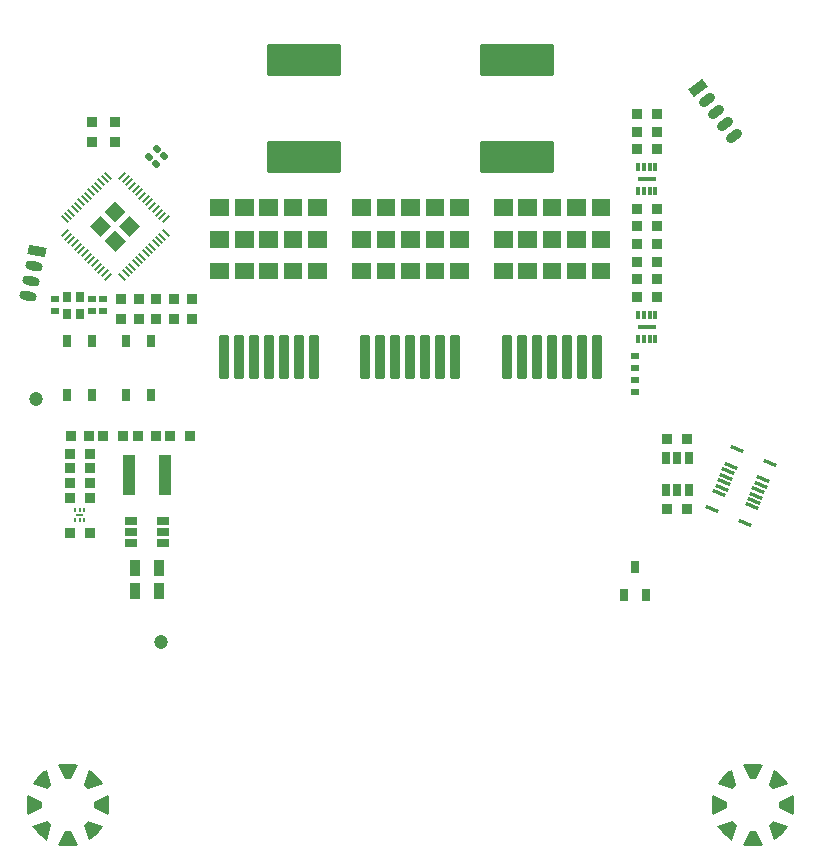
<source format=gtp>
%TF.GenerationSoftware,Altium Limited,Altium Designer,23.4.1 (23)*%
G04 Layer_Color=8421504*
%FSLAX45Y45*%
%MOMM*%
%TF.SameCoordinates,71FFD784-3963-444D-9D63-9DA0FBDCC313*%
%TF.FilePolarity,Positive*%
%TF.FileFunction,Paste,Top*%
%TF.Part,Single*%
G01*
G75*
%TA.AperFunction,SMDPad,CuDef*%
G04:AMPARAMS|DCode=12|XSize=0.5mm|YSize=0.6mm|CornerRadius=0.0375mm|HoleSize=0mm|Usage=FLASHONLY|Rotation=90.000|XOffset=0mm|YOffset=0mm|HoleType=Round|Shape=RoundedRectangle|*
%AMROUNDEDRECTD12*
21,1,0.50000,0.52500,0,0,90.0*
21,1,0.42500,0.60000,0,0,90.0*
1,1,0.07500,0.26250,0.21250*
1,1,0.07500,0.26250,-0.21250*
1,1,0.07500,-0.26250,-0.21250*
1,1,0.07500,-0.26250,0.21250*
%
%ADD12ROUNDEDRECTD12*%
%ADD13R,0.30000X0.75000*%
%ADD14R,1.60000X0.45000*%
G04:AMPARAMS|DCode=15|XSize=0.9mm|YSize=0.8mm|CornerRadius=0.06mm|HoleSize=0mm|Usage=FLASHONLY|Rotation=180.000|XOffset=0mm|YOffset=0mm|HoleType=Round|Shape=RoundedRectangle|*
%AMROUNDEDRECTD15*
21,1,0.90000,0.68000,0,0,180.0*
21,1,0.78000,0.80000,0,0,180.0*
1,1,0.12000,-0.39000,0.34000*
1,1,0.12000,0.39000,0.34000*
1,1,0.12000,0.39000,-0.34000*
1,1,0.12000,-0.39000,-0.34000*
%
%ADD15ROUNDEDRECTD15*%
G04:AMPARAMS|DCode=16|XSize=3.67mm|YSize=0.79mm|CornerRadius=0.09875mm|HoleSize=0mm|Usage=FLASHONLY|Rotation=90.000|XOffset=0mm|YOffset=0mm|HoleType=Round|Shape=RoundedRectangle|*
%AMROUNDEDRECTD16*
21,1,3.67000,0.59250,0,0,90.0*
21,1,3.47250,0.79000,0,0,90.0*
1,1,0.19750,0.29625,1.73625*
1,1,0.19750,0.29625,-1.73625*
1,1,0.19750,-0.29625,-1.73625*
1,1,0.19750,-0.29625,1.73625*
%
%ADD16ROUNDEDRECTD16*%
G04:AMPARAMS|DCode=18|XSize=0.9mm|YSize=0.8mm|CornerRadius=0.06mm|HoleSize=0mm|Usage=FLASHONLY|Rotation=270.000|XOffset=0mm|YOffset=0mm|HoleType=Round|Shape=RoundedRectangle|*
%AMROUNDEDRECTD18*
21,1,0.90000,0.68000,0,0,270.0*
21,1,0.78000,0.80000,0,0,270.0*
1,1,0.12000,-0.34000,-0.39000*
1,1,0.12000,-0.34000,0.39000*
1,1,0.12000,0.34000,0.39000*
1,1,0.12000,0.34000,-0.39000*
%
%ADD18ROUNDEDRECTD18*%
G04:AMPARAMS|DCode=19|XSize=0.6mm|YSize=1.1mm|CornerRadius=0.045mm|HoleSize=0mm|Usage=FLASHONLY|Rotation=90.000|XOffset=0mm|YOffset=0mm|HoleType=Round|Shape=RoundedRectangle|*
%AMROUNDEDRECTD19*
21,1,0.60000,1.01000,0,0,90.0*
21,1,0.51000,1.10000,0,0,90.0*
1,1,0.09000,0.50500,0.25500*
1,1,0.09000,0.50500,-0.25500*
1,1,0.09000,-0.50500,-0.25500*
1,1,0.09000,-0.50500,0.25500*
%
%ADD19ROUNDEDRECTD19*%
G04:AMPARAMS|DCode=20|XSize=0.9mm|YSize=1.4mm|CornerRadius=0.0675mm|HoleSize=0mm|Usage=FLASHONLY|Rotation=180.000|XOffset=0mm|YOffset=0mm|HoleType=Round|Shape=RoundedRectangle|*
%AMROUNDEDRECTD20*
21,1,0.90000,1.26500,0,0,180.0*
21,1,0.76500,1.40000,0,0,180.0*
1,1,0.13500,-0.38250,0.63250*
1,1,0.13500,0.38250,0.63250*
1,1,0.13500,0.38250,-0.63250*
1,1,0.13500,-0.38250,-0.63250*
%
%ADD20ROUNDEDRECTD20*%
G04:AMPARAMS|DCode=21|XSize=0.6mm|YSize=1.05mm|CornerRadius=0.045mm|HoleSize=0mm|Usage=FLASHONLY|Rotation=180.000|XOffset=0mm|YOffset=0mm|HoleType=Round|Shape=RoundedRectangle|*
%AMROUNDEDRECTD21*
21,1,0.60000,0.96000,0,0,180.0*
21,1,0.51000,1.05000,0,0,180.0*
1,1,0.09000,-0.25500,0.48000*
1,1,0.09000,0.25500,0.48000*
1,1,0.09000,0.25500,-0.48000*
1,1,0.09000,-0.25500,-0.48000*
%
%ADD21ROUNDEDRECTD21*%
G04:AMPARAMS|DCode=22|XSize=0.6mm|YSize=1.1mm|CornerRadius=0.045mm|HoleSize=0mm|Usage=FLASHONLY|Rotation=180.000|XOffset=0mm|YOffset=0mm|HoleType=Round|Shape=RoundedRectangle|*
%AMROUNDEDRECTD22*
21,1,0.60000,1.01000,0,0,180.0*
21,1,0.51000,1.10000,0,0,180.0*
1,1,0.09000,-0.25500,0.50500*
1,1,0.09000,0.25500,0.50500*
1,1,0.09000,0.25500,-0.50500*
1,1,0.09000,-0.25500,-0.50500*
%
%ADD22ROUNDEDRECTD22*%
G04:AMPARAMS|DCode=23|XSize=2.7mm|YSize=6.2mm|CornerRadius=0.0675mm|HoleSize=0mm|Usage=FLASHONLY|Rotation=90.000|XOffset=0mm|YOffset=0mm|HoleType=Round|Shape=RoundedRectangle|*
%AMROUNDEDRECTD23*
21,1,2.70000,6.06500,0,0,90.0*
21,1,2.56500,6.20000,0,0,90.0*
1,1,0.13500,3.03250,1.28250*
1,1,0.13500,3.03250,-1.28250*
1,1,0.13500,-3.03250,-1.28250*
1,1,0.13500,-3.03250,1.28250*
%
%ADD23ROUNDEDRECTD23*%
G04:AMPARAMS|DCode=24|XSize=0.81mm|YSize=0.22mm|CornerRadius=0.0275mm|HoleSize=0mm|Usage=FLASHONLY|Rotation=135.000|XOffset=0mm|YOffset=0mm|HoleType=Round|Shape=RoundedRectangle|*
%AMROUNDEDRECTD24*
21,1,0.81000,0.16500,0,0,135.0*
21,1,0.75500,0.22000,0,0,135.0*
1,1,0.05500,-0.20860,0.32527*
1,1,0.05500,0.32527,-0.20860*
1,1,0.05500,0.20860,-0.32527*
1,1,0.05500,-0.32527,0.20860*
%
%ADD24ROUNDEDRECTD24*%
G04:AMPARAMS|DCode=25|XSize=0.22mm|YSize=0.81mm|CornerRadius=0.0275mm|HoleSize=0mm|Usage=FLASHONLY|Rotation=135.000|XOffset=0mm|YOffset=0mm|HoleType=Round|Shape=RoundedRectangle|*
%AMROUNDEDRECTD25*
21,1,0.22000,0.75500,0,0,135.0*
21,1,0.16500,0.81000,0,0,135.0*
1,1,0.05500,0.20860,0.32527*
1,1,0.05500,0.32527,0.20860*
1,1,0.05500,-0.20860,-0.32527*
1,1,0.05500,-0.32527,-0.20860*
%
%ADD25ROUNDEDRECTD25*%
%ADD27R,0.80000X0.90000*%
G04:AMPARAMS|DCode=28|XSize=0.8mm|YSize=1.5mm|CornerRadius=0mm|HoleSize=0mm|Usage=FLASHONLY|Rotation=259.000|XOffset=0mm|YOffset=0mm|HoleType=Round|Shape=Round|*
%AMOVALD28*
21,1,0.70000,0.80000,0.00000,0.00000,349.0*
1,1,0.80000,-0.34357,0.06678*
1,1,0.80000,0.34357,-0.06678*
%
%ADD28OVALD28*%

G04:AMPARAMS|DCode=29|XSize=0.8mm|YSize=1.5mm|CornerRadius=0mm|HoleSize=0mm|Usage=FLASHONLY|Rotation=259.000|XOffset=0mm|YOffset=0mm|HoleType=Round|Shape=Rectangle|*
%AMROTATEDRECTD29*
4,1,4,-0.65990,0.53576,0.81255,0.24954,0.65990,-0.53576,-0.81255,-0.24954,-0.65990,0.53576,0.0*
%
%ADD29ROTATEDRECTD29*%

G04:AMPARAMS|DCode=30|XSize=0.8mm|YSize=1.5mm|CornerRadius=0mm|HoleSize=0mm|Usage=FLASHONLY|Rotation=307.000|XOffset=0mm|YOffset=0mm|HoleType=Round|Shape=Round|*
%AMOVALD30*
21,1,0.70000,0.80000,0.00000,0.00000,37.0*
1,1,0.80000,-0.27952,-0.21063*
1,1,0.80000,0.27952,0.21063*
%
%ADD30OVALD30*%

G04:AMPARAMS|DCode=31|XSize=0.8mm|YSize=1.5mm|CornerRadius=0mm|HoleSize=0mm|Usage=FLASHONLY|Rotation=307.000|XOffset=0mm|YOffset=0mm|HoleType=Round|Shape=Rectangle|*
%AMROTATEDRECTD31*
4,1,4,-0.83970,-0.13191,0.35825,0.77082,0.83970,0.13191,-0.35825,-0.77082,-0.83970,-0.13191,0.0*
%
%ADD31ROTATEDRECTD31*%

G04:AMPARAMS|DCode=32|XSize=0.3mm|YSize=1.15mm|CornerRadius=0mm|HoleSize=0mm|Usage=FLASHONLY|Rotation=67.500|XOffset=0mm|YOffset=0mm|HoleType=Round|Shape=Rectangle|*
%AMROTATEDRECTD32*
4,1,4,0.47383,-0.35863,-0.58863,0.08146,-0.47383,0.35863,0.58863,-0.08146,0.47383,-0.35863,0.0*
%
%ADD32ROTATEDRECTD32*%

G04:AMPARAMS|DCode=33|XSize=0.8mm|YSize=0.9mm|CornerRadius=0.06mm|HoleSize=0mm|Usage=FLASHONLY|Rotation=180.000|XOffset=0mm|YOffset=0mm|HoleType=Round|Shape=RoundedRectangle|*
%AMROUNDEDRECTD33*
21,1,0.80000,0.78000,0,0,180.0*
21,1,0.68000,0.90000,0,0,180.0*
1,1,0.12000,-0.34000,0.39000*
1,1,0.12000,0.34000,0.39000*
1,1,0.12000,0.34000,-0.39000*
1,1,0.12000,-0.34000,-0.39000*
%
%ADD33ROUNDEDRECTD33*%
%ADD34R,1.10000X3.40000*%
G04:AMPARAMS|DCode=35|XSize=0.31mm|YSize=0.25mm|CornerRadius=0.03125mm|HoleSize=0mm|Usage=FLASHONLY|Rotation=270.000|XOffset=0mm|YOffset=0mm|HoleType=Round|Shape=RoundedRectangle|*
%AMROUNDEDRECTD35*
21,1,0.31000,0.18750,0,0,270.0*
21,1,0.24750,0.25000,0,0,270.0*
1,1,0.06250,-0.09375,-0.12375*
1,1,0.06250,-0.09375,0.12375*
1,1,0.06250,0.09375,0.12375*
1,1,0.06250,0.09375,-0.12375*
%
%ADD35ROUNDEDRECTD35*%
G04:AMPARAMS|DCode=37|XSize=0.5mm|YSize=0.6mm|CornerRadius=0.0375mm|HoleSize=0mm|Usage=FLASHONLY|Rotation=45.000|XOffset=0mm|YOffset=0mm|HoleType=Round|Shape=RoundedRectangle|*
%AMROUNDEDRECTD37*
21,1,0.50000,0.52500,0,0,45.0*
21,1,0.42500,0.60000,0,0,45.0*
1,1,0.07500,0.33587,-0.03535*
1,1,0.07500,0.03535,-0.33587*
1,1,0.07500,-0.33587,0.03535*
1,1,0.07500,-0.03535,0.33587*
%
%ADD37ROUNDEDRECTD37*%
%ADD38C,1.20000*%
%ADD39R,0.71120X0.99060*%
G36*
X1693000Y1086500D02*
X1535000D01*
Y1227500D01*
X1693000D01*
Y1086500D01*
D02*
G37*
G36*
X1486000D02*
X1328000D01*
Y1227500D01*
X1486000D01*
Y1086500D01*
D02*
G37*
G36*
X1279000D02*
X1121000D01*
Y1227500D01*
X1279000D01*
Y1086500D01*
D02*
G37*
G36*
X1072000D02*
X914000D01*
Y1227500D01*
X1072000D01*
Y1086500D01*
D02*
G37*
G36*
X865000D02*
X707000D01*
Y1227500D01*
X865000D01*
Y1086500D01*
D02*
G37*
G36*
X493000D02*
X335000D01*
Y1227500D01*
X493000D01*
Y1086500D01*
D02*
G37*
G36*
X286000D02*
X128000D01*
Y1227500D01*
X286000D01*
Y1086500D01*
D02*
G37*
G36*
X79000D02*
X-79000D01*
Y1227500D01*
X79000D01*
Y1086500D01*
D02*
G37*
G36*
X-128000D02*
X-286000D01*
Y1227500D01*
X-128000D01*
Y1086500D01*
D02*
G37*
G36*
X-335000D02*
X-493000D01*
Y1227500D01*
X-335000D01*
Y1086500D01*
D02*
G37*
G36*
X-707000D02*
X-865000D01*
Y1227500D01*
X-707000D01*
Y1086500D01*
D02*
G37*
G36*
X-914000D02*
X-1072000D01*
Y1227500D01*
X-914000D01*
Y1086500D01*
D02*
G37*
G36*
X-1121000D02*
X-1279000D01*
Y1227500D01*
X-1121000D01*
Y1086500D01*
D02*
G37*
G36*
X-1328000D02*
X-1486000D01*
Y1227500D01*
X-1328000D01*
Y1086500D01*
D02*
G37*
G36*
X-1535000D02*
X-1693000D01*
Y1227500D01*
X-1535000D01*
Y1086500D01*
D02*
G37*
G36*
X-2410198Y1124451D02*
X-2500000Y1034648D01*
X-2589803Y1124451D01*
X-2500000Y1214254D01*
X-2410198Y1124451D01*
D02*
G37*
G36*
X-2285747Y1000000D02*
X-2375549Y910198D01*
X-2465352Y1000000D01*
X-2375549Y1089802D01*
X-2285747Y1000000D01*
D02*
G37*
G36*
X-2534648D02*
X-2624451Y910198D01*
X-2714254Y1000000D01*
X-2624451Y1089802D01*
X-2534648Y1000000D01*
D02*
G37*
G36*
X1693000Y818500D02*
X1535000D01*
Y959500D01*
X1693000D01*
Y818500D01*
D02*
G37*
G36*
X1486000D02*
X1328000D01*
Y959500D01*
X1486000D01*
Y818500D01*
D02*
G37*
G36*
X1279000D02*
X1121000D01*
Y959500D01*
X1279000D01*
Y818500D01*
D02*
G37*
G36*
X1072000D02*
X914000D01*
Y959500D01*
X1072000D01*
Y818500D01*
D02*
G37*
G36*
X865000D02*
X707000D01*
Y959500D01*
X865000D01*
Y818500D01*
D02*
G37*
G36*
X493000D02*
X335000D01*
Y959500D01*
X493000D01*
Y818500D01*
D02*
G37*
G36*
X286000D02*
X128000D01*
Y959500D01*
X286000D01*
Y818500D01*
D02*
G37*
G36*
X79000D02*
X-79000D01*
Y959500D01*
X79000D01*
Y818500D01*
D02*
G37*
G36*
X-128000D02*
X-286000D01*
Y959500D01*
X-128000D01*
Y818500D01*
D02*
G37*
G36*
X-335000D02*
X-493000D01*
Y959500D01*
X-335000D01*
Y818500D01*
D02*
G37*
G36*
X-707000D02*
X-865000D01*
Y959500D01*
X-707000D01*
Y818500D01*
D02*
G37*
G36*
X-914000D02*
X-1072000D01*
Y959500D01*
X-914000D01*
Y818500D01*
D02*
G37*
G36*
X-1121000D02*
X-1279000D01*
Y959500D01*
X-1121000D01*
Y818500D01*
D02*
G37*
G36*
X-1328000D02*
X-1486000D01*
Y959500D01*
X-1328000D01*
Y818500D01*
D02*
G37*
G36*
X-1535000D02*
X-1693000D01*
Y959500D01*
X-1535000D01*
Y818500D01*
D02*
G37*
G36*
X-2410198Y875549D02*
X-2500000Y785746D01*
X-2589803Y875549D01*
X-2500000Y965352D01*
X-2410198Y875549D01*
D02*
G37*
G36*
X1693000Y550500D02*
X1535000D01*
Y691500D01*
X1693000D01*
Y550500D01*
D02*
G37*
G36*
X1486000D02*
X1328000D01*
Y691500D01*
X1486000D01*
Y550500D01*
D02*
G37*
G36*
X1279000D02*
X1121000D01*
Y691500D01*
X1279000D01*
Y550500D01*
D02*
G37*
G36*
X1072000D02*
X914000D01*
Y691500D01*
X1072000D01*
Y550500D01*
D02*
G37*
G36*
X865000D02*
X707000D01*
Y691500D01*
X865000D01*
Y550500D01*
D02*
G37*
G36*
X493000D02*
X335000D01*
Y691500D01*
X493000D01*
Y550500D01*
D02*
G37*
G36*
X286000D02*
X128000D01*
Y691500D01*
X286000D01*
Y550500D01*
D02*
G37*
G36*
X79000D02*
X-79000D01*
Y691500D01*
X79000D01*
Y550500D01*
D02*
G37*
G36*
X-128000D02*
X-286000D01*
Y691500D01*
X-128000D01*
Y550500D01*
D02*
G37*
G36*
X-335000D02*
X-493000D01*
Y691500D01*
X-335000D01*
Y550500D01*
D02*
G37*
G36*
X-707000D02*
X-865000D01*
Y691500D01*
X-707000D01*
Y550500D01*
D02*
G37*
G36*
X-914000D02*
X-1072000D01*
Y691500D01*
X-914000D01*
Y550500D01*
D02*
G37*
G36*
X-1121000D02*
X-1279000D01*
Y691500D01*
X-1121000D01*
Y550500D01*
D02*
G37*
G36*
X-1328000D02*
X-1486000D01*
Y691500D01*
X-1328000D01*
Y550500D01*
D02*
G37*
G36*
X-1535000D02*
X-1693000D01*
Y691500D01*
X-1535000D01*
Y550500D01*
D02*
G37*
G36*
X-2770250Y-1455000D02*
X-2829750D01*
Y-1436000D01*
X-2770250D01*
Y-1455000D01*
D02*
G37*
G36*
X2964096Y-3555241D02*
X2985073Y-3560497D01*
X2922200Y-3680400D01*
X2876800D01*
X2814044Y-3560719D01*
Y-3560719D01*
X2814044D01*
X2835007Y-3555408D01*
X2877920Y-3550028D01*
X2921169Y-3549972D01*
X2964096Y-3555241D01*
D02*
G37*
G36*
X-2835904D02*
X-2814927Y-3560497D01*
X-2877800Y-3680400D01*
X-2923200D01*
X-2985956Y-3560719D01*
Y-3560719D01*
X-2985956D01*
X-2964994Y-3555408D01*
X-2922080Y-3550028D01*
X-2878831Y-3549972D01*
X-2835904Y-3555241D01*
D02*
G37*
G36*
X3079128Y-3599312D02*
X3097706Y-3610380D01*
X3131854Y-3636920D01*
X3162476Y-3667462D01*
X3189105Y-3701541D01*
X3200221Y-3720090D01*
X3070979Y-3760417D01*
X3038876Y-3728314D01*
X3079128Y-3599312D01*
X3079128Y-3599312D01*
Y-3599312D01*
D02*
G37*
G36*
X-2720872D02*
X-2702294Y-3610380D01*
X-2668146Y-3636920D01*
X-2637524Y-3667462D01*
X-2610895Y-3701541D01*
X-2599779Y-3720090D01*
X-2729021Y-3760417D01*
X-2761124Y-3728314D01*
X-2720872Y-3599312D01*
X-2720872Y-3599312D01*
Y-3599312D01*
D02*
G37*
G36*
X2760417Y-3729021D02*
X2728314Y-3761124D01*
X2599312Y-3720872D01*
X2599312Y-3720872D01*
X2610379Y-3702294D01*
X2636920Y-3668146D01*
X2667462Y-3637524D01*
X2701541Y-3610895D01*
X2720090Y-3599779D01*
X2760417Y-3729021D01*
D02*
G37*
G36*
X-3039583D02*
X-3071686Y-3761124D01*
X-3200688Y-3720872D01*
X-3200688Y-3720872D01*
X-3189621Y-3702294D01*
X-3163081Y-3668146D01*
X-3132538Y-3637524D01*
X-3098459Y-3610895D01*
X-3079910Y-3599779D01*
X-3039583Y-3729021D01*
D02*
G37*
G36*
X3244592Y-3835007D02*
X3249972Y-3877920D01*
X3250028Y-3921169D01*
X3244760Y-3964097D01*
X3239504Y-3985073D01*
X3119600Y-3922200D01*
Y-3876800D01*
X3239281Y-3814044D01*
X3239281D01*
X3244592Y-3835007D01*
D02*
G37*
G36*
X-2555408D02*
X-2550028Y-3877920D01*
X-2549972Y-3921169D01*
X-2555241Y-3964097D01*
X-2560497Y-3985073D01*
X-2680400Y-3922200D01*
Y-3876800D01*
X-2560719Y-3814044D01*
X-2560719D01*
X-2555408Y-3835007D01*
D02*
G37*
G36*
X2680400Y-3877800D02*
Y-3923200D01*
X2560719Y-3985956D01*
X2560719D01*
X2560719Y-3985956D01*
X2555408Y-3964994D01*
X2550028Y-3922080D01*
X2549972Y-3878831D01*
X2555240Y-3835904D01*
X2560496Y-3814927D01*
X2680400Y-3877800D01*
D02*
G37*
G36*
X-3119600D02*
Y-3923200D01*
X-3239281Y-3985956D01*
X-3239281D01*
X-3239281Y-3985956D01*
X-3244592Y-3964994D01*
X-3249972Y-3922080D01*
X-3250028Y-3878831D01*
X-3244760Y-3835904D01*
X-3239504Y-3814927D01*
X-3119600Y-3877800D01*
D02*
G37*
G36*
X3200688Y-4079128D02*
X3200688Y-4079128D01*
X3200688Y-4079128D01*
X3189620Y-4097706D01*
X3163080Y-4131855D01*
X3132538Y-4162476D01*
X3098459Y-4189105D01*
X3079910Y-4200221D01*
X3039583Y-4070979D01*
X3071686Y-4038876D01*
X3200688Y-4079128D01*
D02*
G37*
G36*
X-2599312D02*
X-2599312Y-4079128D01*
X-2599312Y-4079128D01*
X-2610380Y-4097706D01*
X-2636920Y-4131855D01*
X-2667462Y-4162476D01*
X-2701541Y-4189105D01*
X-2720090Y-4200221D01*
X-2760417Y-4070979D01*
X-2728314Y-4038876D01*
X-2599312Y-4079128D01*
D02*
G37*
G36*
X2761124Y-4071686D02*
X2720872Y-4200688D01*
X2720872Y-4200688D01*
X2720872D01*
X2702294Y-4189621D01*
X2668146Y-4163081D01*
X2637524Y-4132538D01*
X2610895Y-4098459D01*
X2599779Y-4079910D01*
X2729021Y-4039583D01*
X2761124Y-4071686D01*
D02*
G37*
G36*
X-3038876D02*
X-3079128Y-4200688D01*
X-3079128Y-4200688D01*
X-3079128D01*
X-3097706Y-4189621D01*
X-3131855Y-4163081D01*
X-3162476Y-4132538D01*
X-3189105Y-4098459D01*
X-3200221Y-4079910D01*
X-3070979Y-4039583D01*
X-3038876Y-4071686D01*
D02*
G37*
G36*
X2985956Y-4239281D02*
Y-4239281D01*
Y-4239281D01*
X2964993Y-4244592D01*
X2922080Y-4249972D01*
X2878831Y-4250028D01*
X2835903Y-4244760D01*
X2814927Y-4239504D01*
X2877800Y-4119600D01*
X2923200D01*
X2985956Y-4239281D01*
D02*
G37*
G36*
X-2814044D02*
Y-4239281D01*
Y-4239281D01*
X-2835007Y-4244592D01*
X-2877920Y-4249972D01*
X-2921169Y-4250028D01*
X-2964097Y-4244760D01*
X-2985073Y-4239504D01*
X-2922200Y-4119600D01*
X-2876800D01*
X-2814044Y-4239281D01*
D02*
G37*
D12*
X1900000Y-400000D02*
D03*
Y-300000D02*
D03*
Y-100000D02*
D03*
Y-200000D02*
D03*
X-2700000Y380000D02*
D03*
Y280000D02*
D03*
X-3010000D02*
D03*
Y380000D02*
D03*
X-2600000Y280000D02*
D03*
Y380000D02*
D03*
D13*
X1925000Y48000D02*
D03*
X1975000D02*
D03*
X2025000D02*
D03*
X1925000Y252000D02*
D03*
X2075000Y48000D02*
D03*
X1975000Y252000D02*
D03*
X2075000D02*
D03*
X2025000D02*
D03*
X1925000Y1502000D02*
D03*
X2075000Y1298000D02*
D03*
X1925000D02*
D03*
X1975000Y1502000D02*
D03*
X2025000D02*
D03*
X2075000D02*
D03*
X2025000Y1298000D02*
D03*
X1975000D02*
D03*
D14*
X2000000Y150000D02*
D03*
Y1400000D02*
D03*
D15*
X1915000Y400000D02*
D03*
X2085000D02*
D03*
X1915000Y1000000D02*
D03*
X2085000D02*
D03*
Y550000D02*
D03*
X1915000D02*
D03*
Y700000D02*
D03*
X2085000D02*
D03*
Y850000D02*
D03*
X1915000D02*
D03*
X1915000Y1150000D02*
D03*
X2085000D02*
D03*
X1915000Y1650000D02*
D03*
X2085000D02*
D03*
Y1800000D02*
D03*
X1915000D02*
D03*
X2175000Y-1390000D02*
D03*
X2345000D02*
D03*
X2175000Y-800000D02*
D03*
X2345000D02*
D03*
X1915000Y1950000D02*
D03*
X2085000D02*
D03*
X-2435000Y-780000D02*
D03*
X-2605000D02*
D03*
X-1865000D02*
D03*
X-2035000D02*
D03*
X-2715000Y-930000D02*
D03*
X-2885000D02*
D03*
X-2715000Y-1050000D02*
D03*
X-2885000D02*
D03*
X-2715000Y-1170000D02*
D03*
X-2885000D02*
D03*
X-2715000Y-1300000D02*
D03*
X-2885000D02*
D03*
Y-1600000D02*
D03*
X-2715000D02*
D03*
D16*
X819000Y-107000D02*
D03*
X1581000D02*
D03*
X1454000D02*
D03*
X1327000D02*
D03*
X1200000D02*
D03*
X946000D02*
D03*
X1073000D02*
D03*
X-127000D02*
D03*
X0D02*
D03*
X-254000D02*
D03*
X127000D02*
D03*
X254000D02*
D03*
X381000D02*
D03*
X-381000D02*
D03*
X-1327000D02*
D03*
X-1200000D02*
D03*
X-1454000D02*
D03*
X-1073000D02*
D03*
X-946000D02*
D03*
X-819000D02*
D03*
X-1581000D02*
D03*
D18*
X-2700000Y1715000D02*
D03*
Y1885000D02*
D03*
X-2500000Y1715000D02*
D03*
Y1885000D02*
D03*
X-1850000Y215000D02*
D03*
Y385000D02*
D03*
X-2000000Y215000D02*
D03*
Y385000D02*
D03*
X-2150000Y215000D02*
D03*
Y385000D02*
D03*
X-2300000Y215000D02*
D03*
Y385000D02*
D03*
X-2450000D02*
D03*
Y215000D02*
D03*
D19*
X-2095000Y-1685000D02*
D03*
X-2365000D02*
D03*
Y-1590000D02*
D03*
Y-1495000D02*
D03*
X-2095000D02*
D03*
Y-1590000D02*
D03*
D20*
X-2335000Y-1890000D02*
D03*
X-2125000D02*
D03*
X-2335000Y-2090000D02*
D03*
X-2125000D02*
D03*
D21*
X1995000Y-2118500D02*
D03*
X1900000Y-1881500D02*
D03*
X1805000Y-2118500D02*
D03*
D22*
X2260000Y-965000D02*
D03*
Y-1235000D02*
D03*
X2165000Y-965000D02*
D03*
Y-1235000D02*
D03*
X2355000Y-965000D02*
D03*
Y-1235000D02*
D03*
D23*
X-900000Y1590000D02*
D03*
Y2410000D02*
D03*
X900000Y1590000D02*
D03*
Y2410000D02*
D03*
D24*
X-2927446Y1059750D02*
D03*
X-2899162Y1088035D02*
D03*
X-2870877Y1116319D02*
D03*
X-2842593Y1144603D02*
D03*
X-2814309Y1172888D02*
D03*
X-2786025Y1201172D02*
D03*
X-2757740Y1229456D02*
D03*
X-2729456Y1257740D02*
D03*
X-2701172Y1286025D02*
D03*
X-2672888Y1314309D02*
D03*
X-2644603Y1342593D02*
D03*
X-2616319Y1370877D02*
D03*
X-2588035Y1399162D02*
D03*
X-2072554Y940250D02*
D03*
X-2157407Y855397D02*
D03*
X-2185691Y827112D02*
D03*
X-2213976Y798828D02*
D03*
X-2242260Y770544D02*
D03*
X-2270544Y742260D02*
D03*
X-2298828Y713975D02*
D03*
X-2440250Y572554D02*
D03*
X-2100838Y911965D02*
D03*
X-2129123Y883681D02*
D03*
X-2559751Y1427446D02*
D03*
X-2355397Y657407D02*
D03*
X-2327112Y685691D02*
D03*
X-2383681Y629123D02*
D03*
X-2411965Y600838D02*
D03*
D25*
X-2786025Y798828D02*
D03*
X-2814309Y827112D02*
D03*
X-2870877Y883681D02*
D03*
X-2899162Y911965D02*
D03*
X-2927446Y940250D02*
D03*
X-2440250Y1427446D02*
D03*
X-2411965Y1399162D02*
D03*
X-2327112Y1314309D02*
D03*
X-2270544Y1257740D02*
D03*
X-2242260Y1229456D02*
D03*
X-2072554Y1059750D02*
D03*
X-2129123Y1116319D02*
D03*
X-2100838Y1088035D02*
D03*
X-2157407Y1144603D02*
D03*
X-2185691Y1172888D02*
D03*
X-2298828Y1286025D02*
D03*
X-2213976Y1201172D02*
D03*
X-2588035Y600838D02*
D03*
X-2559751Y572554D02*
D03*
X-2842593Y855397D02*
D03*
X-2729456Y742260D02*
D03*
X-2757740Y770544D02*
D03*
X-2383681Y1370877D02*
D03*
X-2616319Y629123D02*
D03*
X-2644603Y657407D02*
D03*
X-2672888Y685691D02*
D03*
X-2701172Y713975D02*
D03*
X-2355397Y1342593D02*
D03*
D27*
X-2910000Y260000D02*
D03*
X-2800000Y400000D02*
D03*
Y260000D02*
D03*
X-2910000Y400000D02*
D03*
D28*
X-3236348Y413001D02*
D03*
X-3212115Y537668D02*
D03*
X-3187883Y662335D02*
D03*
D29*
X-3163652Y786999D02*
D03*
D30*
X2741076Y1766435D02*
D03*
X2664645Y1867862D02*
D03*
X2588215Y1969289D02*
D03*
X2511784Y2070715D02*
D03*
D31*
X2435355Y2172138D02*
D03*
D32*
X2557566Y-1397238D02*
D03*
X2831958Y-1510895D02*
D03*
X2614968Y-1258656D02*
D03*
X2634102Y-1212462D02*
D03*
X2653237Y-1166268D02*
D03*
X2672371Y-1120074D02*
D03*
X2691505Y-1073880D02*
D03*
X2710639Y-1027687D02*
D03*
X2768042Y-889105D02*
D03*
X2889361Y-1372313D02*
D03*
X2908495Y-1326120D02*
D03*
X2927629Y-1279925D02*
D03*
X2946763Y-1233731D02*
D03*
X2965898Y-1187537D02*
D03*
X2985032Y-1141343D02*
D03*
X3042434Y-1002762D02*
D03*
D33*
X-2875000Y-780000D02*
D03*
X-2725000D02*
D03*
X-2155000D02*
D03*
X-2305000D02*
D03*
D34*
X-2380000Y-1110000D02*
D03*
X-2080000D02*
D03*
D35*
X-2800000Y-1491000D02*
D03*
X-2760000Y-1400000D02*
D03*
X-2800000D02*
D03*
X-2840000D02*
D03*
Y-1491000D02*
D03*
X-2760000D02*
D03*
D37*
X-2155355Y1524645D02*
D03*
X-2215355Y1584645D02*
D03*
X-2144645Y1655355D02*
D03*
X-2084645Y1595355D02*
D03*
D38*
X-2110000Y-2520000D02*
D03*
X-3170000Y-460000D02*
D03*
D39*
X-2192500Y25000D02*
D03*
X-2907500D02*
D03*
X-2407500D02*
D03*
X-2692500D02*
D03*
Y-425000D02*
D03*
X-2907500D02*
D03*
X-2192500D02*
D03*
X-2407500D02*
D03*
%TF.MD5,8076a6cd4b28dd10a5173f5d8811bb65*%
M02*

</source>
